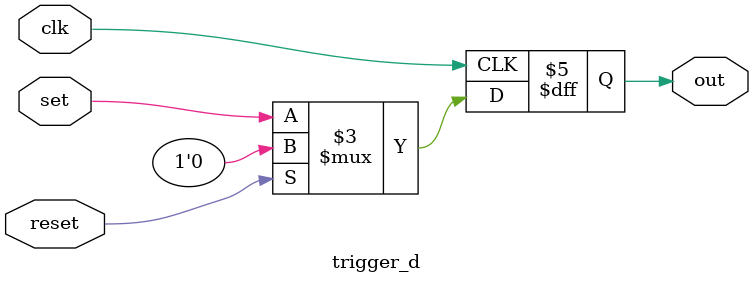
<source format=sv>
module trigger_d   
   (input clk,
    input reset,
    input set,
    output reg out
    );
    always @(posedge clk) begin
        if (reset) begin
            out <= 0;
        end else begin
                out <= set;
        end
    end
endmodule
</source>
